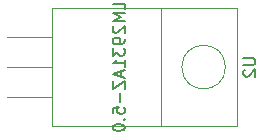
<source format=gbr>
G04 #@! TF.FileFunction,Other,Fab,Bot*
%FSLAX46Y46*%
G04 Gerber Fmt 4.6, Leading zero omitted, Abs format (unit mm)*
G04 Created by KiCad (PCBNEW 4.0.4-stable) date 07/17/17 19:23:20*
%MOMM*%
%LPD*%
G01*
G04 APERTURE LIST*
%ADD10C,0.100000*%
%ADD11C,0.150000*%
G04 APERTURE END LIST*
D10*
X167365000Y-105330000D02*
X173765000Y-105330000D01*
X173765000Y-105330000D02*
X173765000Y-95330000D01*
X173765000Y-95330000D02*
X167365000Y-95330000D01*
X167365000Y-95330000D02*
X167365000Y-105330000D01*
X158115000Y-105330000D02*
X167365000Y-105330000D01*
X167365000Y-105330000D02*
X167365000Y-95330000D01*
X167365000Y-95330000D02*
X158115000Y-95330000D01*
X158115000Y-95330000D02*
X158115000Y-105330000D01*
X158115000Y-102870000D02*
X154305000Y-102870000D01*
X158115000Y-100330000D02*
X154305000Y-100330000D01*
X158115000Y-97790000D02*
X154305000Y-97790000D01*
X172815000Y-100330000D02*
G75*
G03X172815000Y-100330000I-1850000J0D01*
G01*
D11*
X164282381Y-95449048D02*
X164282381Y-94972857D01*
X163282381Y-94972857D01*
X164282381Y-95782381D02*
X163282381Y-95782381D01*
X163996667Y-96115715D01*
X163282381Y-96449048D01*
X164282381Y-96449048D01*
X163377619Y-96877619D02*
X163330000Y-96925238D01*
X163282381Y-97020476D01*
X163282381Y-97258572D01*
X163330000Y-97353810D01*
X163377619Y-97401429D01*
X163472857Y-97449048D01*
X163568095Y-97449048D01*
X163710952Y-97401429D01*
X164282381Y-96830000D01*
X164282381Y-97449048D01*
X164282381Y-97925238D02*
X164282381Y-98115714D01*
X164234762Y-98210953D01*
X164187143Y-98258572D01*
X164044286Y-98353810D01*
X163853810Y-98401429D01*
X163472857Y-98401429D01*
X163377619Y-98353810D01*
X163330000Y-98306191D01*
X163282381Y-98210953D01*
X163282381Y-98020476D01*
X163330000Y-97925238D01*
X163377619Y-97877619D01*
X163472857Y-97830000D01*
X163710952Y-97830000D01*
X163806190Y-97877619D01*
X163853810Y-97925238D01*
X163901429Y-98020476D01*
X163901429Y-98210953D01*
X163853810Y-98306191D01*
X163806190Y-98353810D01*
X163710952Y-98401429D01*
X163282381Y-98734762D02*
X163282381Y-99353810D01*
X163663333Y-99020476D01*
X163663333Y-99163334D01*
X163710952Y-99258572D01*
X163758571Y-99306191D01*
X163853810Y-99353810D01*
X164091905Y-99353810D01*
X164187143Y-99306191D01*
X164234762Y-99258572D01*
X164282381Y-99163334D01*
X164282381Y-98877619D01*
X164234762Y-98782381D01*
X164187143Y-98734762D01*
X164282381Y-100306191D02*
X164282381Y-99734762D01*
X164282381Y-100020476D02*
X163282381Y-100020476D01*
X163425238Y-99925238D01*
X163520476Y-99830000D01*
X163568095Y-99734762D01*
X163996667Y-100687143D02*
X163996667Y-101163334D01*
X164282381Y-100591905D02*
X163282381Y-100925238D01*
X164282381Y-101258572D01*
X163282381Y-101496667D02*
X163282381Y-102163334D01*
X164282381Y-101496667D01*
X164282381Y-102163334D01*
X163901429Y-102544286D02*
X163901429Y-103306191D01*
X163282381Y-104258572D02*
X163282381Y-103782381D01*
X163758571Y-103734762D01*
X163710952Y-103782381D01*
X163663333Y-103877619D01*
X163663333Y-104115715D01*
X163710952Y-104210953D01*
X163758571Y-104258572D01*
X163853810Y-104306191D01*
X164091905Y-104306191D01*
X164187143Y-104258572D01*
X164234762Y-104210953D01*
X164282381Y-104115715D01*
X164282381Y-103877619D01*
X164234762Y-103782381D01*
X164187143Y-103734762D01*
X164187143Y-104734762D02*
X164234762Y-104782381D01*
X164282381Y-104734762D01*
X164234762Y-104687143D01*
X164187143Y-104734762D01*
X164282381Y-104734762D01*
X163282381Y-105401428D02*
X163282381Y-105496667D01*
X163330000Y-105591905D01*
X163377619Y-105639524D01*
X163472857Y-105687143D01*
X163663333Y-105734762D01*
X163901429Y-105734762D01*
X164091905Y-105687143D01*
X164187143Y-105639524D01*
X164234762Y-105591905D01*
X164282381Y-105496667D01*
X164282381Y-105401428D01*
X164234762Y-105306190D01*
X164187143Y-105258571D01*
X164091905Y-105210952D01*
X163901429Y-105163333D01*
X163663333Y-105163333D01*
X163472857Y-105210952D01*
X163377619Y-105258571D01*
X163330000Y-105306190D01*
X163282381Y-105401428D01*
X174337381Y-99568095D02*
X175146905Y-99568095D01*
X175242143Y-99615714D01*
X175289762Y-99663333D01*
X175337381Y-99758571D01*
X175337381Y-99949048D01*
X175289762Y-100044286D01*
X175242143Y-100091905D01*
X175146905Y-100139524D01*
X174337381Y-100139524D01*
X174432619Y-100568095D02*
X174385000Y-100615714D01*
X174337381Y-100710952D01*
X174337381Y-100949048D01*
X174385000Y-101044286D01*
X174432619Y-101091905D01*
X174527857Y-101139524D01*
X174623095Y-101139524D01*
X174765952Y-101091905D01*
X175337381Y-100520476D01*
X175337381Y-101139524D01*
M02*

</source>
